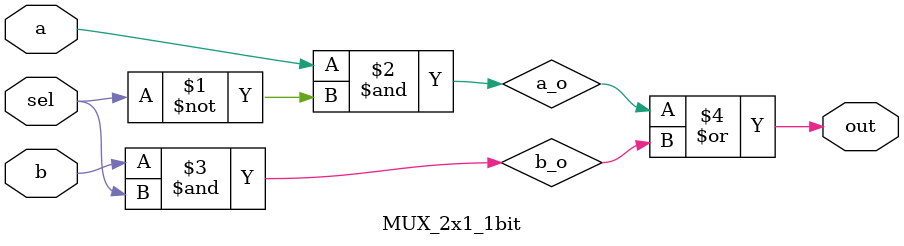
<source format=v>
`timescale 1ns / 1ps
/*******************************************************************
*
* Module: MUX_2x1_1bit.v
* Project: Project 1: femtoRV32
* Author: Kareem A. Mohammed Talaat - kareemamr213@aucegypt.edu
* Description: A simple 1-bit multiplexer module.
*
* Change history: 29/10/21 – Updated the module according the Verilog coding guidelines.
*
*
**********************************************************************/


module MUX_2x1_1bit(
    input a,
    input b,
    input sel,
    output out
    );
    
    wire a_o; //temporary wires
    wire b_o;
    
    assign a_o = a & (~sel); //out = input1 when select is 0
    assign b_o = b & sel; //out = input2 when select is 1
    assign out = a_o | b_o; 

endmodule

</source>
